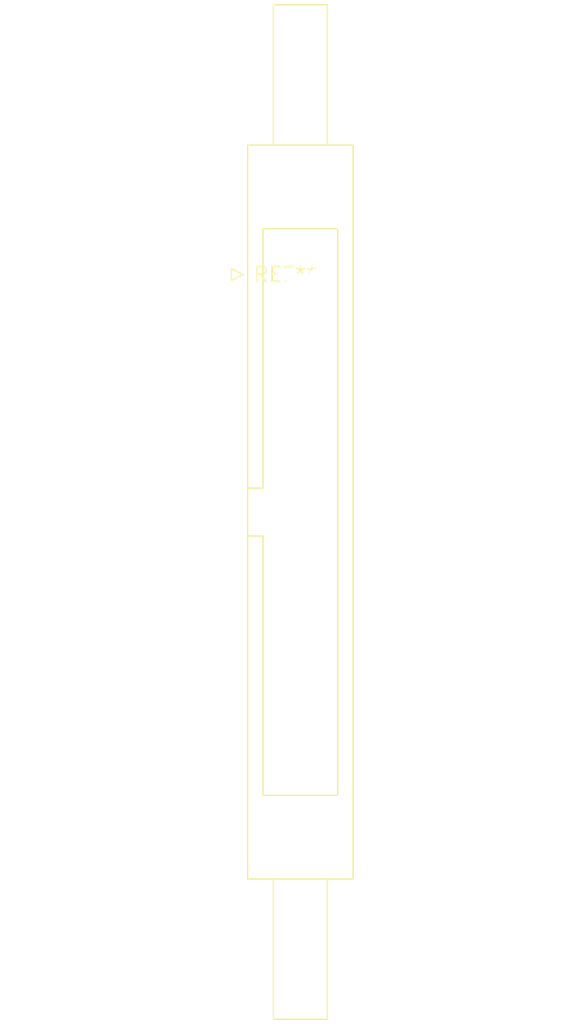
<source format=kicad_pcb>
(kicad_pcb (version 20240108) (generator pcbnew)
  (layers (0 "F.Cu" signal) (31 "B.Cu" signal) (34 "B.Paste" user) (35 "F.Paste" user) (36 "B.SilkS" user "B.Silkscreen") (37 "F.SilkS" user "F.Silkscreen") (38 "B.Mask" user) (39 "F.Mask" user) (44 "Edge.Cuts" user))
  (net 0 "")
  (footprint "IDC-Header_2x17_P2.54mm_Latch12.0mm_Vertical" (layer "F.Cu") (at 0 0)
    (property "Reference" "REF**")
    (property "Value" "IDC-Header_2x17_P2.54mm_Latch12.0mm_Vertical")
    (fp_line (start -4.63 -0.5) (end -4.63 0.5) (layer "F.SilkS") (stroke (width 0.12)))
    (fp_line (start -4.63 0.5) (end -3.63 0) (layer "F.SilkS") (stroke (width 0.12)))
    (fp_line (start -3.63 0) (end -4.63 -0.5) (layer "F.SilkS") (stroke (width 0.12)))
    (fp_line (start -3.24 -11.08) (end 5.78 -11.08) (layer "F.SilkS") (stroke (width 0.12)))
    (fp_line (start -3.24 18.27) (end -1.93 18.27) (layer "F.SilkS") (stroke (width 0.12)))
    (fp_line (start -3.24 51.72) (end -3.24 -11.08) (layer "F.SilkS") (stroke (width 0.12)))
    (fp_line (start -1.93 -3.92) (end 4.47 -3.92) (layer "F.SilkS") (stroke (width 0.12)))
    (fp_line (start -1.93 18.27) (end -1.93 -3.92) (layer "F.SilkS") (stroke (width 0.12)))
    (fp_line (start -1.93 22.37) (end -3.24 22.37) (layer "F.SilkS") (stroke (width 0.12)))
    (fp_line (start -1.93 22.37) (end -1.93 22.37) (layer "F.SilkS") (stroke (width 0.12)))
    (fp_line (start -1.93 44.56) (end -1.93 22.37) (layer "F.SilkS") (stroke (width 0.12)))
    (fp_line (start -1.04 -23.08) (end 3.58 -23.08) (layer "F.SilkS") (stroke (width 0.12)))
    (fp_line (start -1.04 -11.08) (end -1.04 -23.08) (layer "F.SilkS") (stroke (width 0.12)))
    (fp_line (start -1.04 51.72) (end -1.04 63.72) (layer "F.SilkS") (stroke (width 0.12)))
    (fp_line (start -1.04 63.72) (end 3.58 63.72) (layer "F.SilkS") (stroke (width 0.12)))
    (fp_line (start 3.58 -23.08) (end 3.58 -11.08) (layer "F.SilkS") (stroke (width 0.12)))
    (fp_line (start 3.58 63.72) (end 3.58 51.72) (layer "F.SilkS") (stroke (width 0.12)))
    (fp_line (start 4.47 -3.92) (end 4.47 44.56) (layer "F.SilkS") (stroke (width 0.12)))
    (fp_line (start 4.47 44.56) (end -1.93 44.56) (layer "F.SilkS") (stroke (width 0.12)))
    (fp_line (start 5.78 -11.08) (end 5.78 51.72) (layer "F.SilkS") (stroke (width 0.12)))
    (fp_line (start 5.78 51.72) (end -3.24 51.72) (layer "F.SilkS") (stroke (width 0.12)))
    (pad "1" thru_hole roundrect (at 0 0) (size 1.7 1.7) (drill 1) (layers *.Cu *.Mask) (remove_unused_layers) (roundrect_rratio 0.147059))
    (pad "2" thru_hole circle (at 2.54 0) (size 1.7 1.7) (drill 1) (layers *.Cu *.Mask) (remove_unused_layers))
    (pad "3" thru_hole circle (at 0 2.54) (size 1.7 1.7) (drill 1) (layers *.Cu *.Mask) (remove_unused_layers))
    (pad "4" thru_hole circle (at 2.54 2.54) (size 1.7 1.7) (drill 1) (layers *.Cu *.Mask) (remove_unused_layers))
    (pad "5" thru_hole circle (at 0 5.08) (size 1.7 1.7) (drill 1) (layers *.Cu *.Mask) (remove_unused_layers))
    (pad "6" thru_hole circle (at 2.54 5.08) (size 1.7 1.7) (drill 1) (layers *.Cu *.Mask) (remove_unused_layers))
    (pad "7" thru_hole circle (at 0 7.62) (size 1.7 1.7) (drill 1) (layers *.Cu *.Mask) (remove_unused_layers))
    (pad "8" thru_hole circle (at 2.54 7.62) (size 1.7 1.7) (drill 1) (layers *.Cu *.Mask) (remove_unused_layers))
    (pad "9" thru_hole circle (at 0 10.16) (size 1.7 1.7) (drill 1) (layers *.Cu *.Mask) (remove_unused_layers))
    (pad "10" thru_hole circle (at 2.54 10.16) (size 1.7 1.7) (drill 1) (layers *.Cu *.Mask) (remove_unused_layers))
    (pad "11" thru_hole circle (at 0 12.7) (size 1.7 1.7) (drill 1) (layers *.Cu *.Mask) (remove_unused_layers))
    (pad "12" thru_hole circle (at 2.54 12.7) (size 1.7 1.7) (drill 1) (layers *.Cu *.Mask) (remove_unused_layers))
    (pad "13" thru_hole circle (at 0 15.24) (size 1.7 1.7) (drill 1) (layers *.Cu *.Mask) (remove_unused_layers))
    (pad "14" thru_hole circle (at 2.54 15.24) (size 1.7 1.7) (drill 1) (layers *.Cu *.Mask) (remove_unused_layers))
    (pad "15" thru_hole circle (at 0 17.78) (size 1.7 1.7) (drill 1) (layers *.Cu *.Mask) (remove_unused_layers))
    (pad "16" thru_hole circle (at 2.54 17.78) (size 1.7 1.7) (drill 1) (layers *.Cu *.Mask) (remove_unused_layers))
    (pad "17" thru_hole circle (at 0 20.32) (size 1.7 1.7) (drill 1) (layers *.Cu *.Mask) (remove_unused_layers))
    (pad "18" thru_hole circle (at 2.54 20.32) (size 1.7 1.7) (drill 1) (layers *.Cu *.Mask) (remove_unused_layers))
    (pad "19" thru_hole circle (at 0 22.86) (size 1.7 1.7) (drill 1) (layers *.Cu *.Mask) (remove_unused_layers))
    (pad "20" thru_hole circle (at 2.54 22.86) (size 1.7 1.7) (drill 1) (layers *.Cu *.Mask) (remove_unused_layers))
    (pad "21" thru_hole circle (at 0 25.4) (size 1.7 1.7) (drill 1) (layers *.Cu *.Mask) (remove_unused_layers))
    (pad "22" thru_hole circle (at 2.54 25.4) (size 1.7 1.7) (drill 1) (layers *.Cu *.Mask) (remove_unused_layers))
    (pad "23" thru_hole circle (at 0 27.94) (size 1.7 1.7) (drill 1) (layers *.Cu *.Mask) (remove_unused_layers))
    (pad "24" thru_hole circle (at 2.54 27.94) (size 1.7 1.7) (drill 1) (layers *.Cu *.Mask) (remove_unused_layers))
    (pad "25" thru_hole circle (at 0 30.48) (size 1.7 1.7) (drill 1) (layers *.Cu *.Mask) (remove_unused_layers))
    (pad "26" thru_hole circle (at 2.54 30.48) (size 1.7 1.7) (drill 1) (layers *.Cu *.Mask) (remove_unused_layers))
    (pad "27" thru_hole circle (at 0 33.02) (size 1.7 1.7) (drill 1) (layers *.Cu *.Mask) (remove_unused_layers))
    (pad "28" thru_hole circle (at 2.54 33.02) (size 1.7 1.7) (drill 1) (layers *.Cu *.Mask) (remove_unused_layers))
    (pad "29" thru_hole circle (at 0 35.56) (size 1.7 1.7) (drill 1) (layers *.Cu *.Mask) (remove_unused_layers))
    (pad "30" thru_hole circle (at 2.54 35.56) (size 1.7 1.7) (drill 1) (layers *.Cu *.Mask) (remove_unused_layers))
    (pad "31" thru_hole circle (at 0 38.1) (size 1.7 1.7) (drill 1) (layers *.Cu *.Mask) (remove_unused_layers))
    (pad "32" thru_hole circle (at 2.54 38.1) (size 1.7 1.7) (drill 1) (layers *.Cu *.Mask) (remove_unused_layers))
    (pad "33" thru_hole circle (at 0 40.64) (size 1.7 1.7) (drill 1) (layers *.Cu *.Mask) (remove_unused_layers))
    (pad "34" thru_hole circle (at 2.54 40.64) (size 1.7 1.7) (drill 1) (layers *.Cu *.Mask) (remove_unused_layers))
  )
)
</source>
